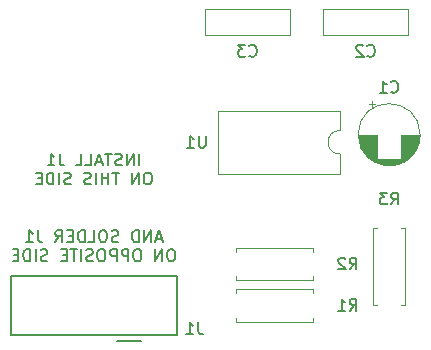
<source format=gbo>
%TF.GenerationSoftware,KiCad,Pcbnew,(6.0.5-0)*%
%TF.CreationDate,2022-05-25T22:38:33-04:00*%
%TF.ProjectId,jv-2080-enc,6a762d32-3038-4302-9d65-6e632e6b6963,1*%
%TF.SameCoordinates,Original*%
%TF.FileFunction,Legend,Bot*%
%TF.FilePolarity,Positive*%
%FSLAX46Y46*%
G04 Gerber Fmt 4.6, Leading zero omitted, Abs format (unit mm)*
G04 Created by KiCad (PCBNEW (6.0.5-0)) date 2022-05-25 22:38:33*
%MOMM*%
%LPD*%
G01*
G04 APERTURE LIST*
%ADD10C,0.150000*%
%ADD11C,0.120000*%
%ADD12C,2.000000*%
%ADD13R,2.800000X3.600000*%
%ADD14C,1.600000*%
%ADD15O,1.600000X1.600000*%
%ADD16R,1.600000X1.600000*%
%ADD17C,0.100000*%
%ADD18O,1.500000X4.000000*%
G04 APERTURE END LIST*
D10*
X136738095Y-104861666D02*
X136261904Y-104861666D01*
X136833333Y-105147380D02*
X136500000Y-104147380D01*
X136166666Y-105147380D01*
X135833333Y-105147380D02*
X135833333Y-104147380D01*
X135261904Y-105147380D01*
X135261904Y-104147380D01*
X134785714Y-105147380D02*
X134785714Y-104147380D01*
X134547619Y-104147380D01*
X134404761Y-104195000D01*
X134309523Y-104290238D01*
X134261904Y-104385476D01*
X134214285Y-104575952D01*
X134214285Y-104718809D01*
X134261904Y-104909285D01*
X134309523Y-105004523D01*
X134404761Y-105099761D01*
X134547619Y-105147380D01*
X134785714Y-105147380D01*
X133071428Y-105099761D02*
X132928571Y-105147380D01*
X132690476Y-105147380D01*
X132595238Y-105099761D01*
X132547619Y-105052142D01*
X132500000Y-104956904D01*
X132500000Y-104861666D01*
X132547619Y-104766428D01*
X132595238Y-104718809D01*
X132690476Y-104671190D01*
X132880952Y-104623571D01*
X132976190Y-104575952D01*
X133023809Y-104528333D01*
X133071428Y-104433095D01*
X133071428Y-104337857D01*
X133023809Y-104242619D01*
X132976190Y-104195000D01*
X132880952Y-104147380D01*
X132642857Y-104147380D01*
X132500000Y-104195000D01*
X131880952Y-104147380D02*
X131690476Y-104147380D01*
X131595238Y-104195000D01*
X131500000Y-104290238D01*
X131452380Y-104480714D01*
X131452380Y-104814047D01*
X131500000Y-105004523D01*
X131595238Y-105099761D01*
X131690476Y-105147380D01*
X131880952Y-105147380D01*
X131976190Y-105099761D01*
X132071428Y-105004523D01*
X132119047Y-104814047D01*
X132119047Y-104480714D01*
X132071428Y-104290238D01*
X131976190Y-104195000D01*
X131880952Y-104147380D01*
X130547619Y-105147380D02*
X131023809Y-105147380D01*
X131023809Y-104147380D01*
X130214285Y-105147380D02*
X130214285Y-104147380D01*
X129976190Y-104147380D01*
X129833333Y-104195000D01*
X129738095Y-104290238D01*
X129690476Y-104385476D01*
X129642857Y-104575952D01*
X129642857Y-104718809D01*
X129690476Y-104909285D01*
X129738095Y-105004523D01*
X129833333Y-105099761D01*
X129976190Y-105147380D01*
X130214285Y-105147380D01*
X129214285Y-104623571D02*
X128880952Y-104623571D01*
X128738095Y-105147380D02*
X129214285Y-105147380D01*
X129214285Y-104147380D01*
X128738095Y-104147380D01*
X127738095Y-105147380D02*
X128071428Y-104671190D01*
X128309523Y-105147380D02*
X128309523Y-104147380D01*
X127928571Y-104147380D01*
X127833333Y-104195000D01*
X127785714Y-104242619D01*
X127738095Y-104337857D01*
X127738095Y-104480714D01*
X127785714Y-104575952D01*
X127833333Y-104623571D01*
X127928571Y-104671190D01*
X128309523Y-104671190D01*
X126261904Y-104147380D02*
X126261904Y-104861666D01*
X126309523Y-105004523D01*
X126404761Y-105099761D01*
X126547619Y-105147380D01*
X126642857Y-105147380D01*
X125261904Y-105147380D02*
X125833333Y-105147380D01*
X125547619Y-105147380D02*
X125547619Y-104147380D01*
X125642857Y-104290238D01*
X125738095Y-104385476D01*
X125833333Y-104433095D01*
X137642857Y-105757380D02*
X137452380Y-105757380D01*
X137357142Y-105805000D01*
X137261904Y-105900238D01*
X137214285Y-106090714D01*
X137214285Y-106424047D01*
X137261904Y-106614523D01*
X137357142Y-106709761D01*
X137452380Y-106757380D01*
X137642857Y-106757380D01*
X137738095Y-106709761D01*
X137833333Y-106614523D01*
X137880952Y-106424047D01*
X137880952Y-106090714D01*
X137833333Y-105900238D01*
X137738095Y-105805000D01*
X137642857Y-105757380D01*
X136785714Y-106757380D02*
X136785714Y-105757380D01*
X136214285Y-106757380D01*
X136214285Y-105757380D01*
X134785714Y-105757380D02*
X134595238Y-105757380D01*
X134500000Y-105805000D01*
X134404761Y-105900238D01*
X134357142Y-106090714D01*
X134357142Y-106424047D01*
X134404761Y-106614523D01*
X134500000Y-106709761D01*
X134595238Y-106757380D01*
X134785714Y-106757380D01*
X134880952Y-106709761D01*
X134976190Y-106614523D01*
X135023809Y-106424047D01*
X135023809Y-106090714D01*
X134976190Y-105900238D01*
X134880952Y-105805000D01*
X134785714Y-105757380D01*
X133928571Y-106757380D02*
X133928571Y-105757380D01*
X133547619Y-105757380D01*
X133452380Y-105805000D01*
X133404761Y-105852619D01*
X133357142Y-105947857D01*
X133357142Y-106090714D01*
X133404761Y-106185952D01*
X133452380Y-106233571D01*
X133547619Y-106281190D01*
X133928571Y-106281190D01*
X132928571Y-106757380D02*
X132928571Y-105757380D01*
X132547619Y-105757380D01*
X132452380Y-105805000D01*
X132404761Y-105852619D01*
X132357142Y-105947857D01*
X132357142Y-106090714D01*
X132404761Y-106185952D01*
X132452380Y-106233571D01*
X132547619Y-106281190D01*
X132928571Y-106281190D01*
X131738095Y-105757380D02*
X131547619Y-105757380D01*
X131452380Y-105805000D01*
X131357142Y-105900238D01*
X131309523Y-106090714D01*
X131309523Y-106424047D01*
X131357142Y-106614523D01*
X131452380Y-106709761D01*
X131547619Y-106757380D01*
X131738095Y-106757380D01*
X131833333Y-106709761D01*
X131928571Y-106614523D01*
X131976190Y-106424047D01*
X131976190Y-106090714D01*
X131928571Y-105900238D01*
X131833333Y-105805000D01*
X131738095Y-105757380D01*
X130928571Y-106709761D02*
X130785714Y-106757380D01*
X130547619Y-106757380D01*
X130452380Y-106709761D01*
X130404761Y-106662142D01*
X130357142Y-106566904D01*
X130357142Y-106471666D01*
X130404761Y-106376428D01*
X130452380Y-106328809D01*
X130547619Y-106281190D01*
X130738095Y-106233571D01*
X130833333Y-106185952D01*
X130880952Y-106138333D01*
X130928571Y-106043095D01*
X130928571Y-105947857D01*
X130880952Y-105852619D01*
X130833333Y-105805000D01*
X130738095Y-105757380D01*
X130500000Y-105757380D01*
X130357142Y-105805000D01*
X129928571Y-106757380D02*
X129928571Y-105757380D01*
X129595238Y-105757380D02*
X129023809Y-105757380D01*
X129309523Y-106757380D02*
X129309523Y-105757380D01*
X128690476Y-106233571D02*
X128357142Y-106233571D01*
X128214285Y-106757380D02*
X128690476Y-106757380D01*
X128690476Y-105757380D01*
X128214285Y-105757380D01*
X127071428Y-106709761D02*
X126928571Y-106757380D01*
X126690476Y-106757380D01*
X126595238Y-106709761D01*
X126547619Y-106662142D01*
X126500000Y-106566904D01*
X126500000Y-106471666D01*
X126547619Y-106376428D01*
X126595238Y-106328809D01*
X126690476Y-106281190D01*
X126880952Y-106233571D01*
X126976190Y-106185952D01*
X127023809Y-106138333D01*
X127071428Y-106043095D01*
X127071428Y-105947857D01*
X127023809Y-105852619D01*
X126976190Y-105805000D01*
X126880952Y-105757380D01*
X126642857Y-105757380D01*
X126500000Y-105805000D01*
X126071428Y-106757380D02*
X126071428Y-105757380D01*
X125595238Y-106757380D02*
X125595238Y-105757380D01*
X125357142Y-105757380D01*
X125214285Y-105805000D01*
X125119047Y-105900238D01*
X125071428Y-105995476D01*
X125023809Y-106185952D01*
X125023809Y-106328809D01*
X125071428Y-106519285D01*
X125119047Y-106614523D01*
X125214285Y-106709761D01*
X125357142Y-106757380D01*
X125595238Y-106757380D01*
X124595238Y-106233571D02*
X124261904Y-106233571D01*
X124119047Y-106757380D02*
X124595238Y-106757380D01*
X124595238Y-105757380D01*
X124119047Y-105757380D01*
X134857142Y-98647380D02*
X134857142Y-97647380D01*
X134380952Y-98647380D02*
X134380952Y-97647380D01*
X133809523Y-98647380D01*
X133809523Y-97647380D01*
X133380952Y-98599761D02*
X133238095Y-98647380D01*
X133000000Y-98647380D01*
X132904761Y-98599761D01*
X132857142Y-98552142D01*
X132809523Y-98456904D01*
X132809523Y-98361666D01*
X132857142Y-98266428D01*
X132904761Y-98218809D01*
X133000000Y-98171190D01*
X133190476Y-98123571D01*
X133285714Y-98075952D01*
X133333333Y-98028333D01*
X133380952Y-97933095D01*
X133380952Y-97837857D01*
X133333333Y-97742619D01*
X133285714Y-97695000D01*
X133190476Y-97647380D01*
X132952380Y-97647380D01*
X132809523Y-97695000D01*
X132523809Y-97647380D02*
X131952380Y-97647380D01*
X132238095Y-98647380D02*
X132238095Y-97647380D01*
X131666666Y-98361666D02*
X131190476Y-98361666D01*
X131761904Y-98647380D02*
X131428571Y-97647380D01*
X131095238Y-98647380D01*
X130285714Y-98647380D02*
X130761904Y-98647380D01*
X130761904Y-97647380D01*
X129476190Y-98647380D02*
X129952380Y-98647380D01*
X129952380Y-97647380D01*
X128095238Y-97647380D02*
X128095238Y-98361666D01*
X128142857Y-98504523D01*
X128238095Y-98599761D01*
X128380952Y-98647380D01*
X128476190Y-98647380D01*
X127095238Y-98647380D02*
X127666666Y-98647380D01*
X127380952Y-98647380D02*
X127380952Y-97647380D01*
X127476190Y-97790238D01*
X127571428Y-97885476D01*
X127666666Y-97933095D01*
X135666666Y-99257380D02*
X135476190Y-99257380D01*
X135380952Y-99305000D01*
X135285714Y-99400238D01*
X135238095Y-99590714D01*
X135238095Y-99924047D01*
X135285714Y-100114523D01*
X135380952Y-100209761D01*
X135476190Y-100257380D01*
X135666666Y-100257380D01*
X135761904Y-100209761D01*
X135857142Y-100114523D01*
X135904761Y-99924047D01*
X135904761Y-99590714D01*
X135857142Y-99400238D01*
X135761904Y-99305000D01*
X135666666Y-99257380D01*
X134809523Y-100257380D02*
X134809523Y-99257380D01*
X134238095Y-100257380D01*
X134238095Y-99257380D01*
X133142857Y-99257380D02*
X132571428Y-99257380D01*
X132857142Y-100257380D02*
X132857142Y-99257380D01*
X132238095Y-100257380D02*
X132238095Y-99257380D01*
X132238095Y-99733571D02*
X131666666Y-99733571D01*
X131666666Y-100257380D02*
X131666666Y-99257380D01*
X131190476Y-100257380D02*
X131190476Y-99257380D01*
X130761904Y-100209761D02*
X130619047Y-100257380D01*
X130380952Y-100257380D01*
X130285714Y-100209761D01*
X130238095Y-100162142D01*
X130190476Y-100066904D01*
X130190476Y-99971666D01*
X130238095Y-99876428D01*
X130285714Y-99828809D01*
X130380952Y-99781190D01*
X130571428Y-99733571D01*
X130666666Y-99685952D01*
X130714285Y-99638333D01*
X130761904Y-99543095D01*
X130761904Y-99447857D01*
X130714285Y-99352619D01*
X130666666Y-99305000D01*
X130571428Y-99257380D01*
X130333333Y-99257380D01*
X130190476Y-99305000D01*
X129047619Y-100209761D02*
X128904761Y-100257380D01*
X128666666Y-100257380D01*
X128571428Y-100209761D01*
X128523809Y-100162142D01*
X128476190Y-100066904D01*
X128476190Y-99971666D01*
X128523809Y-99876428D01*
X128571428Y-99828809D01*
X128666666Y-99781190D01*
X128857142Y-99733571D01*
X128952380Y-99685952D01*
X129000000Y-99638333D01*
X129047619Y-99543095D01*
X129047619Y-99447857D01*
X129000000Y-99352619D01*
X128952380Y-99305000D01*
X128857142Y-99257380D01*
X128619047Y-99257380D01*
X128476190Y-99305000D01*
X128047619Y-100257380D02*
X128047619Y-99257380D01*
X127571428Y-100257380D02*
X127571428Y-99257380D01*
X127333333Y-99257380D01*
X127190476Y-99305000D01*
X127095238Y-99400238D01*
X127047619Y-99495476D01*
X127000000Y-99685952D01*
X127000000Y-99828809D01*
X127047619Y-100019285D01*
X127095238Y-100114523D01*
X127190476Y-100209761D01*
X127333333Y-100257380D01*
X127571428Y-100257380D01*
X126571428Y-99733571D02*
X126238095Y-99733571D01*
X126095238Y-100257380D02*
X126571428Y-100257380D01*
X126571428Y-99257380D01*
X126095238Y-99257380D01*
%TO.C,R1*%
X152666666Y-110952380D02*
X153000000Y-110476190D01*
X153238095Y-110952380D02*
X153238095Y-109952380D01*
X152857142Y-109952380D01*
X152761904Y-110000000D01*
X152714285Y-110047619D01*
X152666666Y-110142857D01*
X152666666Y-110285714D01*
X152714285Y-110380952D01*
X152761904Y-110428571D01*
X152857142Y-110476190D01*
X153238095Y-110476190D01*
X151714285Y-110952380D02*
X152285714Y-110952380D01*
X152000000Y-110952380D02*
X152000000Y-109952380D01*
X152095238Y-110095238D01*
X152190476Y-110190476D01*
X152285714Y-110238095D01*
%TO.C,R2*%
X152666666Y-107452380D02*
X153000000Y-106976190D01*
X153238095Y-107452380D02*
X153238095Y-106452380D01*
X152857142Y-106452380D01*
X152761904Y-106500000D01*
X152714285Y-106547619D01*
X152666666Y-106642857D01*
X152666666Y-106785714D01*
X152714285Y-106880952D01*
X152761904Y-106928571D01*
X152857142Y-106976190D01*
X153238095Y-106976190D01*
X152285714Y-106547619D02*
X152238095Y-106500000D01*
X152142857Y-106452380D01*
X151904761Y-106452380D01*
X151809523Y-106500000D01*
X151761904Y-106547619D01*
X151714285Y-106642857D01*
X151714285Y-106738095D01*
X151761904Y-106880952D01*
X152333333Y-107452380D01*
X151714285Y-107452380D01*
%TO.C,C2*%
X154166666Y-89357142D02*
X154214285Y-89404761D01*
X154357142Y-89452380D01*
X154452380Y-89452380D01*
X154595238Y-89404761D01*
X154690476Y-89309523D01*
X154738095Y-89214285D01*
X154785714Y-89023809D01*
X154785714Y-88880952D01*
X154738095Y-88690476D01*
X154690476Y-88595238D01*
X154595238Y-88500000D01*
X154452380Y-88452380D01*
X154357142Y-88452380D01*
X154214285Y-88500000D01*
X154166666Y-88547619D01*
X153785714Y-88547619D02*
X153738095Y-88500000D01*
X153642857Y-88452380D01*
X153404761Y-88452380D01*
X153309523Y-88500000D01*
X153261904Y-88547619D01*
X153214285Y-88642857D01*
X153214285Y-88738095D01*
X153261904Y-88880952D01*
X153833333Y-89452380D01*
X153214285Y-89452380D01*
%TO.C,R3*%
X156166666Y-101952380D02*
X156500000Y-101476190D01*
X156738095Y-101952380D02*
X156738095Y-100952380D01*
X156357142Y-100952380D01*
X156261904Y-101000000D01*
X156214285Y-101047619D01*
X156166666Y-101142857D01*
X156166666Y-101285714D01*
X156214285Y-101380952D01*
X156261904Y-101428571D01*
X156357142Y-101476190D01*
X156738095Y-101476190D01*
X155833333Y-100952380D02*
X155214285Y-100952380D01*
X155547619Y-101333333D01*
X155404761Y-101333333D01*
X155309523Y-101380952D01*
X155261904Y-101428571D01*
X155214285Y-101523809D01*
X155214285Y-101761904D01*
X155261904Y-101857142D01*
X155309523Y-101904761D01*
X155404761Y-101952380D01*
X155690476Y-101952380D01*
X155785714Y-101904761D01*
X155833333Y-101857142D01*
%TO.C,U1*%
X140461904Y-96142380D02*
X140461904Y-96951904D01*
X140414285Y-97047142D01*
X140366666Y-97094761D01*
X140271428Y-97142380D01*
X140080952Y-97142380D01*
X139985714Y-97094761D01*
X139938095Y-97047142D01*
X139890476Y-96951904D01*
X139890476Y-96142380D01*
X138890476Y-97142380D02*
X139461904Y-97142380D01*
X139176190Y-97142380D02*
X139176190Y-96142380D01*
X139271428Y-96285238D01*
X139366666Y-96380476D01*
X139461904Y-96428095D01*
%TO.C,J1*%
X139833333Y-111952380D02*
X139833333Y-112666666D01*
X139880952Y-112809523D01*
X139976190Y-112904761D01*
X140119047Y-112952380D01*
X140214285Y-112952380D01*
X138833333Y-112952380D02*
X139404761Y-112952380D01*
X139119047Y-112952380D02*
X139119047Y-111952380D01*
X139214285Y-112095238D01*
X139309523Y-112190476D01*
X139404761Y-112238095D01*
%TO.C,C3*%
X144166666Y-89357142D02*
X144214285Y-89404761D01*
X144357142Y-89452380D01*
X144452380Y-89452380D01*
X144595238Y-89404761D01*
X144690476Y-89309523D01*
X144738095Y-89214285D01*
X144785714Y-89023809D01*
X144785714Y-88880952D01*
X144738095Y-88690476D01*
X144690476Y-88595238D01*
X144595238Y-88500000D01*
X144452380Y-88452380D01*
X144357142Y-88452380D01*
X144214285Y-88500000D01*
X144166666Y-88547619D01*
X143833333Y-88452380D02*
X143214285Y-88452380D01*
X143547619Y-88833333D01*
X143404761Y-88833333D01*
X143309523Y-88880952D01*
X143261904Y-88928571D01*
X143214285Y-89023809D01*
X143214285Y-89261904D01*
X143261904Y-89357142D01*
X143309523Y-89404761D01*
X143404761Y-89452380D01*
X143690476Y-89452380D01*
X143785714Y-89404761D01*
X143833333Y-89357142D01*
%TO.C,C1*%
X156166666Y-92402030D02*
X156214285Y-92449649D01*
X156357142Y-92497268D01*
X156452380Y-92497268D01*
X156595238Y-92449649D01*
X156690476Y-92354411D01*
X156738095Y-92259173D01*
X156785714Y-92068697D01*
X156785714Y-91925840D01*
X156738095Y-91735364D01*
X156690476Y-91640126D01*
X156595238Y-91544888D01*
X156452380Y-91497268D01*
X156357142Y-91497268D01*
X156214285Y-91544888D01*
X156166666Y-91592507D01*
X155214285Y-92497268D02*
X155785714Y-92497268D01*
X155500000Y-92497268D02*
X155500000Y-91497268D01*
X155595238Y-91640126D01*
X155690476Y-91735364D01*
X155785714Y-91782983D01*
D11*
%TO.C,R1*%
X143040000Y-109460000D02*
X143040000Y-109130000D01*
X143040000Y-111540000D02*
X143040000Y-111870000D01*
X143040000Y-111870000D02*
X149580000Y-111870000D01*
X149580000Y-111870000D02*
X149580000Y-111540000D01*
X143040000Y-109130000D02*
X149580000Y-109130000D01*
X149580000Y-109130000D02*
X149580000Y-109460000D01*
%TO.C,R2*%
X149580000Y-105630000D02*
X149580000Y-105960000D01*
X149580000Y-108370000D02*
X149580000Y-108040000D01*
X143040000Y-105630000D02*
X149580000Y-105630000D01*
X143040000Y-105960000D02*
X143040000Y-105630000D01*
X143040000Y-108040000D02*
X143040000Y-108370000D01*
X143040000Y-108370000D02*
X149580000Y-108370000D01*
%TO.C,C2*%
X150380000Y-87620000D02*
X157620000Y-87620000D01*
X157620000Y-87620000D02*
X157620000Y-85380000D01*
X150380000Y-87620000D02*
X150380000Y-85380000D01*
X150380000Y-85380000D02*
X157620000Y-85380000D01*
%TO.C,R3*%
X157370000Y-103920000D02*
X157040000Y-103920000D01*
X157370000Y-110460000D02*
X157370000Y-103920000D01*
X154630000Y-110460000D02*
X154630000Y-103920000D01*
X154630000Y-103920000D02*
X154960000Y-103920000D01*
X154960000Y-110460000D02*
X154630000Y-110460000D01*
X157040000Y-110460000D02*
X157370000Y-110460000D01*
%TO.C,U1*%
X151830000Y-99340000D02*
X141550000Y-99340000D01*
X141550000Y-94040000D02*
X151830000Y-94040000D01*
X141550000Y-99340000D02*
X141550000Y-94040000D01*
X151830000Y-94040000D02*
X151830000Y-95690000D01*
X151830000Y-97690000D02*
X151830000Y-99340000D01*
X151830000Y-95690000D02*
G75*
G03*
X151830000Y-97690000I0J-1000000D01*
G01*
D10*
%TO.C,J1*%
X133000000Y-113500000D02*
X135000000Y-113500000D01*
X138000000Y-108000000D02*
X124000000Y-108000000D01*
X124000000Y-108000000D02*
X124000000Y-113000000D01*
X124000000Y-113000000D02*
X138000000Y-113000000D01*
X138000000Y-113000000D02*
X138000000Y-108000000D01*
D11*
%TO.C,C3*%
X140380000Y-87620000D02*
X147620000Y-87620000D01*
X140380000Y-85380000D02*
X147620000Y-85380000D01*
X140380000Y-87620000D02*
X140380000Y-85380000D01*
X147620000Y-87620000D02*
X147620000Y-85380000D01*
%TO.C,C1*%
X153586000Y-96965888D02*
X154960000Y-96965888D01*
X157040000Y-97965888D02*
X157743000Y-97965888D01*
X153558000Y-96885888D02*
X154960000Y-96885888D01*
X157040000Y-97925888D02*
X157785000Y-97925888D01*
X153671000Y-97165888D02*
X154960000Y-97165888D01*
X153965000Y-97645888D02*
X154960000Y-97645888D01*
X157040000Y-96805888D02*
X158468000Y-96805888D01*
X157040000Y-98045888D02*
X157653000Y-98045888D01*
X157040000Y-96885888D02*
X158442000Y-96885888D01*
X153457000Y-96484888D02*
X154960000Y-96484888D01*
X154822000Y-98365888D02*
X157178000Y-98365888D01*
X155195000Y-98525888D02*
X156805000Y-98525888D01*
X153444000Y-96404888D02*
X154960000Y-96404888D01*
X153450000Y-96444888D02*
X154960000Y-96444888D01*
X157040000Y-97525888D02*
X158122000Y-97525888D01*
X154500000Y-98165888D02*
X157500000Y-98165888D01*
X154749000Y-98325888D02*
X157251000Y-98325888D01*
X153618000Y-97045888D02*
X154960000Y-97045888D01*
X153935000Y-97605888D02*
X154960000Y-97605888D01*
X157040000Y-96564888D02*
X158528000Y-96564888D01*
X157040000Y-98005888D02*
X157699000Y-98005888D01*
X157040000Y-97085888D02*
X158365000Y-97085888D01*
X153690000Y-97205888D02*
X154960000Y-97205888D01*
X154136000Y-97845888D02*
X154960000Y-97845888D01*
X153499000Y-96684888D02*
X154960000Y-96684888D01*
X157040000Y-97285888D02*
X158268000Y-97285888D01*
X157040000Y-96404888D02*
X158556000Y-96404888D01*
X153635000Y-97085888D02*
X154960000Y-97085888D01*
X157040000Y-97045888D02*
X158382000Y-97045888D01*
X154525000Y-93240113D02*
X154525000Y-93740113D01*
X157040000Y-96244888D02*
X158573000Y-96244888D01*
X153424000Y-96204888D02*
X154960000Y-96204888D01*
X154301000Y-98005888D02*
X154960000Y-98005888D01*
X153602000Y-97005888D02*
X154960000Y-97005888D01*
X157040000Y-96084888D02*
X158580000Y-96084888D01*
X154174000Y-97885888D02*
X154960000Y-97885888D01*
X157040000Y-97165888D02*
X158329000Y-97165888D01*
X157040000Y-97565888D02*
X158095000Y-97565888D01*
X157040000Y-97245888D02*
X158290000Y-97245888D01*
X157040000Y-96684888D02*
X158501000Y-96684888D01*
X153572000Y-96925888D02*
X154960000Y-96925888D01*
X157040000Y-96164888D02*
X158578000Y-96164888D01*
X157040000Y-96724888D02*
X158491000Y-96724888D01*
X154395000Y-98085888D02*
X157605000Y-98085888D01*
X157040000Y-96124888D02*
X158579000Y-96124888D01*
X157040000Y-97125888D02*
X158348000Y-97125888D01*
X153422000Y-96164888D02*
X154960000Y-96164888D01*
X157040000Y-96845888D02*
X158455000Y-96845888D01*
X157040000Y-97365888D02*
X158224000Y-97365888D01*
X157040000Y-97805888D02*
X157901000Y-97805888D01*
X153545000Y-96845888D02*
X154960000Y-96845888D01*
X157040000Y-96925888D02*
X158428000Y-96925888D01*
X157040000Y-96444888D02*
X158550000Y-96444888D01*
X154989000Y-98445888D02*
X157011000Y-98445888D01*
X157040000Y-97725888D02*
X157971000Y-97725888D01*
X157040000Y-97885888D02*
X157826000Y-97885888D01*
X157040000Y-97205888D02*
X158310000Y-97205888D01*
X154029000Y-97725888D02*
X154960000Y-97725888D01*
X153732000Y-97285888D02*
X154960000Y-97285888D01*
X157040000Y-96284888D02*
X158569000Y-96284888D01*
X157040000Y-97445888D02*
X158175000Y-97445888D01*
X153509000Y-96724888D02*
X154960000Y-96724888D01*
X157040000Y-96524888D02*
X158536000Y-96524888D01*
X153532000Y-96805888D02*
X154960000Y-96805888D01*
X157040000Y-96644888D02*
X158511000Y-96644888D01*
X153431000Y-96284888D02*
X154960000Y-96284888D01*
X155482000Y-98605888D02*
X156518000Y-98605888D01*
X153489000Y-96644888D02*
X154960000Y-96644888D01*
X153464000Y-96524888D02*
X154960000Y-96524888D01*
X157040000Y-97605888D02*
X158065000Y-97605888D01*
X153710000Y-97245888D02*
X154960000Y-97245888D01*
X157040000Y-96965888D02*
X158414000Y-96965888D01*
X153851000Y-97485888D02*
X154960000Y-97485888D01*
X154347000Y-98045888D02*
X154960000Y-98045888D01*
X153825000Y-97445888D02*
X154960000Y-97445888D01*
X157040000Y-96604888D02*
X158520000Y-96604888D01*
X157040000Y-96364888D02*
X158561000Y-96364888D01*
X154215000Y-97925888D02*
X154960000Y-97925888D01*
X154257000Y-97965888D02*
X154960000Y-97965888D01*
X153905000Y-97565888D02*
X154960000Y-97565888D01*
X154557000Y-98205888D02*
X157443000Y-98205888D01*
X157040000Y-96484888D02*
X158543000Y-96484888D01*
X153878000Y-97525888D02*
X154960000Y-97525888D01*
X157040000Y-96044888D02*
X158580000Y-96044888D01*
X154681000Y-98285888D02*
X157319000Y-98285888D01*
X154099000Y-97805888D02*
X154960000Y-97805888D01*
X157040000Y-97845888D02*
X157864000Y-97845888D01*
X153420000Y-96084888D02*
X154960000Y-96084888D01*
X154063000Y-97765888D02*
X154960000Y-97765888D01*
X154902000Y-98405888D02*
X157098000Y-98405888D01*
X154446000Y-98125888D02*
X157554000Y-98125888D01*
X157040000Y-97765888D02*
X157937000Y-97765888D01*
X157040000Y-96324888D02*
X158565000Y-96324888D01*
X157040000Y-97485888D02*
X158149000Y-97485888D01*
X153776000Y-97365888D02*
X154960000Y-97365888D01*
X153427000Y-96244888D02*
X154960000Y-96244888D01*
X153652000Y-97125888D02*
X154960000Y-97125888D01*
X153996000Y-97685888D02*
X154960000Y-97685888D01*
X154617000Y-98245888D02*
X157383000Y-98245888D01*
X155085000Y-98485888D02*
X156915000Y-98485888D01*
X157040000Y-96204888D02*
X158576000Y-96204888D01*
X153439000Y-96364888D02*
X154960000Y-96364888D01*
X153800000Y-97405888D02*
X154960000Y-97405888D01*
X153480000Y-96604888D02*
X154960000Y-96604888D01*
X153435000Y-96324888D02*
X154960000Y-96324888D01*
X157040000Y-97405888D02*
X158200000Y-97405888D01*
X153753000Y-97325888D02*
X154960000Y-97325888D01*
X157040000Y-97005888D02*
X158398000Y-97005888D01*
X153472000Y-96564888D02*
X154960000Y-96564888D01*
X153421000Y-96124888D02*
X154960000Y-96124888D01*
X153420000Y-96044888D02*
X154960000Y-96044888D01*
X157040000Y-97685888D02*
X158004000Y-97685888D01*
X157040000Y-97645888D02*
X158035000Y-97645888D01*
X155716000Y-98645888D02*
X156284000Y-98645888D01*
X153520000Y-96765888D02*
X154960000Y-96765888D01*
X157040000Y-96765888D02*
X158480000Y-96765888D01*
X155323000Y-98565888D02*
X156677000Y-98565888D01*
X154275000Y-93490113D02*
X154775000Y-93490113D01*
X157040000Y-97325888D02*
X158247000Y-97325888D01*
X158620000Y-96044888D02*
G75*
G03*
X158620000Y-96044888I-2620000J0D01*
G01*
%TD*%
%LPC*%
D12*
%TO.C,SW1*%
X128200000Y-87500000D03*
X133200000Y-87500000D03*
D13*
X125000000Y-94500000D03*
X136400000Y-94500000D03*
D12*
X128200000Y-102000000D03*
X133200000Y-102000000D03*
X130700000Y-102000000D03*
%TD*%
D14*
%TO.C,R1*%
X142500000Y-110500000D03*
D15*
X150120000Y-110500000D03*
%TD*%
D14*
%TO.C,R2*%
X142500000Y-107000000D03*
D15*
X150120000Y-107000000D03*
%TD*%
D14*
%TO.C,C2*%
X151500000Y-86500000D03*
X156500000Y-86500000D03*
%TD*%
%TO.C,R3*%
X156000000Y-111000000D03*
D15*
X156000000Y-103380000D03*
%TD*%
D16*
%TO.C,U1*%
X150500000Y-100500000D03*
D15*
X147960000Y-100500000D03*
X145420000Y-100500000D03*
X142880000Y-100500000D03*
X142880000Y-92880000D03*
X145420000Y-92880000D03*
X147960000Y-92880000D03*
X150500000Y-92880000D03*
%TD*%
D17*
%TO.C,J1*%
X125500000Y-110500000D03*
X136500000Y-110500000D03*
D18*
X134000000Y-110500000D03*
X132000000Y-110500000D03*
X130000000Y-110500000D03*
X128000000Y-110500000D03*
%TD*%
D14*
%TO.C,C3*%
X141500000Y-86500000D03*
X146500000Y-86500000D03*
%TD*%
D16*
%TO.C,C1*%
X156000000Y-95044888D03*
D14*
X156000000Y-97044888D03*
%TD*%
M02*

</source>
